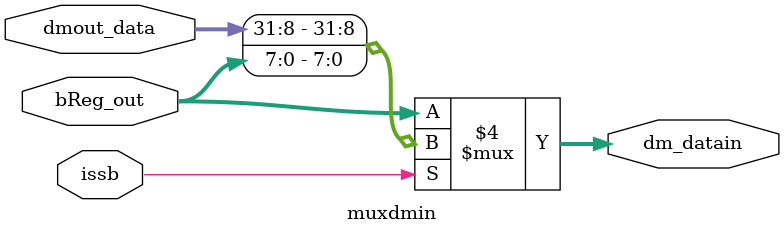
<source format=v>
module muxdmin(bReg_out, dmout_data, issb, dm_datain);
  input [31:0] bReg_out;
  input [31:0] dmout_data;
  input issb;
  output reg [31:0] dm_datain;
  
  always@(*)
  begin
    if(issb == 1)
      begin
        dm_datain = {{24{dmout_data[31:8]}}, bReg_out[7:0]};
      end
    else
      begin
        dm_datain = bReg_out;
      end
  end
  
endmodule

</source>
